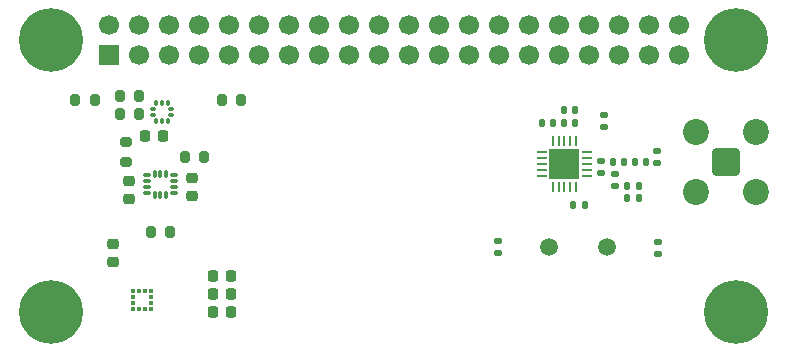
<source format=gts>
G04 #@! TF.GenerationSoftware,KiCad,Pcbnew,9.0.5*
G04 #@! TF.CreationDate,2025-11-03T18:46:07+02:00*
G04 #@! TF.ProjectId,elecDeTrimisproiect,656c6563-4465-4547-9269-6d697370726f,rev?*
G04 #@! TF.SameCoordinates,Original*
G04 #@! TF.FileFunction,Soldermask,Top*
G04 #@! TF.FilePolarity,Negative*
%FSLAX46Y46*%
G04 Gerber Fmt 4.6, Leading zero omitted, Abs format (unit mm)*
G04 Created by KiCad (PCBNEW 9.0.5) date 2025-11-03 18:46:07*
%MOMM*%
%LPD*%
G01*
G04 APERTURE LIST*
G04 Aperture macros list*
%AMRoundRect*
0 Rectangle with rounded corners*
0 $1 Rounding radius*
0 $2 $3 $4 $5 $6 $7 $8 $9 X,Y pos of 4 corners*
0 Add a 4 corners polygon primitive as box body*
4,1,4,$2,$3,$4,$5,$6,$7,$8,$9,$2,$3,0*
0 Add four circle primitives for the rounded corners*
1,1,$1+$1,$2,$3*
1,1,$1+$1,$4,$5*
1,1,$1+$1,$6,$7*
1,1,$1+$1,$8,$9*
0 Add four rect primitives between the rounded corners*
20,1,$1+$1,$2,$3,$4,$5,0*
20,1,$1+$1,$4,$5,$6,$7,0*
20,1,$1+$1,$6,$7,$8,$9,0*
20,1,$1+$1,$8,$9,$2,$3,0*%
G04 Aperture macros list end*
%ADD10R,2.500000X2.500000*%
%ADD11RoundRect,0.062500X-0.062500X-0.350000X0.062500X-0.350000X0.062500X0.350000X-0.062500X0.350000X0*%
%ADD12RoundRect,0.062500X-0.350000X-0.062500X0.350000X-0.062500X0.350000X0.062500X-0.350000X0.062500X0*%
%ADD13RoundRect,0.087500X0.125000X0.087500X-0.125000X0.087500X-0.125000X-0.087500X0.125000X-0.087500X0*%
%ADD14RoundRect,0.087500X0.087500X0.125000X-0.087500X0.125000X-0.087500X-0.125000X0.087500X-0.125000X0*%
%ADD15RoundRect,0.225000X-0.250000X0.225000X-0.250000X-0.225000X0.250000X-0.225000X0.250000X0.225000X0*%
%ADD16RoundRect,0.140000X0.170000X-0.140000X0.170000X0.140000X-0.170000X0.140000X-0.170000X-0.140000X0*%
%ADD17RoundRect,0.140000X-0.140000X-0.170000X0.140000X-0.170000X0.140000X0.170000X-0.140000X0.170000X0*%
%ADD18RoundRect,0.225000X0.225000X0.250000X-0.225000X0.250000X-0.225000X-0.250000X0.225000X-0.250000X0*%
%ADD19RoundRect,0.225000X-0.225000X-0.250000X0.225000X-0.250000X0.225000X0.250000X-0.225000X0.250000X0*%
%ADD20RoundRect,0.200000X0.200000X0.275000X-0.200000X0.275000X-0.200000X-0.275000X0.200000X-0.275000X0*%
%ADD21RoundRect,0.200000X-0.275000X0.200000X-0.275000X-0.200000X0.275000X-0.200000X0.275000X0.200000X0*%
%ADD22RoundRect,0.200100X-0.949900X0.949900X-0.949900X-0.949900X0.949900X-0.949900X0.949900X0.949900X0*%
%ADD23C,2.200000*%
%ADD24RoundRect,0.200000X-0.200000X-0.275000X0.200000X-0.275000X0.200000X0.275000X-0.200000X0.275000X0*%
%ADD25RoundRect,0.135000X-0.135000X-0.185000X0.135000X-0.185000X0.135000X0.185000X-0.135000X0.185000X0*%
%ADD26RoundRect,0.225000X0.250000X-0.225000X0.250000X0.225000X-0.250000X0.225000X-0.250000X-0.225000X0*%
%ADD27R,0.350000X0.375000*%
%ADD28R,0.375000X0.350000*%
%ADD29C,1.500000*%
%ADD30RoundRect,0.147500X0.172500X-0.147500X0.172500X0.147500X-0.172500X0.147500X-0.172500X-0.147500X0*%
%ADD31RoundRect,0.135000X-0.185000X0.135000X-0.185000X-0.135000X0.185000X-0.135000X0.185000X0.135000X0*%
%ADD32RoundRect,0.140000X0.140000X0.170000X-0.140000X0.170000X-0.140000X-0.170000X0.140000X-0.170000X0*%
%ADD33RoundRect,0.087500X-0.225000X-0.087500X0.225000X-0.087500X0.225000X0.087500X-0.225000X0.087500X0*%
%ADD34RoundRect,0.087500X-0.087500X-0.225000X0.087500X-0.225000X0.087500X0.225000X-0.087500X0.225000X0*%
%ADD35RoundRect,0.147500X-0.172500X0.147500X-0.172500X-0.147500X0.172500X-0.147500X0.172500X0.147500X0*%
%ADD36RoundRect,0.147500X-0.147500X-0.172500X0.147500X-0.172500X0.147500X0.172500X-0.147500X0.172500X0*%
%ADD37R,1.700000X1.700000*%
%ADD38C,1.700000*%
%ADD39C,5.400000*%
G04 APERTURE END LIST*
D10*
G04 #@! TO.C,U4*
X72500000Y-43500000D03*
D11*
X71500000Y-41562500D03*
X72000000Y-41562500D03*
X72500000Y-41562500D03*
X73000000Y-41562500D03*
X73500000Y-41562500D03*
D12*
X74437500Y-42500000D03*
X74437500Y-43000000D03*
X74437500Y-43500000D03*
X74437500Y-44000000D03*
X74437500Y-44500000D03*
D11*
X73500000Y-45437500D03*
X73000000Y-45437500D03*
X72500000Y-45437500D03*
X72000000Y-45437500D03*
X71500000Y-45437500D03*
D12*
X70562500Y-44500000D03*
X70562500Y-44000000D03*
X70562500Y-43500000D03*
X70562500Y-43000000D03*
X70562500Y-42500000D03*
G04 #@! TD*
D13*
G04 #@! TO.C,U3*
X39162500Y-39362500D03*
X39162500Y-38862500D03*
D14*
X38900000Y-38350000D03*
X38400000Y-38350000D03*
X37900000Y-38350000D03*
D13*
X37637500Y-38862500D03*
X37637500Y-39362500D03*
D14*
X37900000Y-39875000D03*
X38400000Y-39875000D03*
X38900000Y-39875000D03*
G04 #@! TD*
D15*
G04 #@! TO.C,C1*
X34250000Y-50225000D03*
X34250000Y-51775000D03*
G04 #@! TD*
D16*
G04 #@! TO.C,C15*
X80350000Y-43392500D03*
X80350000Y-42432500D03*
G04 #@! TD*
D15*
G04 #@! TO.C,C6*
X35662500Y-44937500D03*
X35662500Y-46487500D03*
G04 #@! TD*
D17*
G04 #@! TO.C,C16*
X78450000Y-43312500D03*
X79410000Y-43312500D03*
G04 #@! TD*
D16*
G04 #@! TO.C,C9*
X66915000Y-50995000D03*
X66915000Y-50035000D03*
G04 #@! TD*
D18*
G04 #@! TO.C,C5*
X38537500Y-41112500D03*
X36987500Y-41112500D03*
G04 #@! TD*
D19*
G04 #@! TO.C,C2*
X42725000Y-54500000D03*
X44275000Y-54500000D03*
G04 #@! TD*
D17*
G04 #@! TO.C,C10*
X72470000Y-40012500D03*
X73430000Y-40012500D03*
G04 #@! TD*
G04 #@! TO.C,C13*
X77830000Y-46362500D03*
X78790000Y-46362500D03*
G04 #@! TD*
D20*
G04 #@! TO.C,R1*
X45125000Y-38100000D03*
X43475000Y-38100000D03*
G04 #@! TD*
D19*
G04 #@! TO.C,C3*
X42725000Y-56000000D03*
X44275000Y-56000000D03*
G04 #@! TD*
D21*
G04 #@! TO.C,R7*
X35412500Y-41637500D03*
X35412500Y-43287500D03*
G04 #@! TD*
D20*
G04 #@! TO.C,R5*
X36487500Y-37762500D03*
X34837500Y-37762500D03*
G04 #@! TD*
D22*
G04 #@! TO.C,J2*
X86175000Y-43350000D03*
D23*
X88725000Y-40800000D03*
X83625000Y-40800000D03*
X88725000Y-45900000D03*
X83625000Y-45900000D03*
G04 #@! TD*
D17*
G04 #@! TO.C,C14*
X77830000Y-45362500D03*
X78790000Y-45362500D03*
G04 #@! TD*
D24*
G04 #@! TO.C,R3*
X37475000Y-49212500D03*
X39125000Y-49212500D03*
G04 #@! TD*
D25*
G04 #@! TO.C,R9*
X73240000Y-47000000D03*
X74260000Y-47000000D03*
G04 #@! TD*
D26*
G04 #@! TO.C,C7*
X40962500Y-46237500D03*
X40962500Y-44687500D03*
G04 #@! TD*
D20*
G04 #@! TO.C,R6*
X41987500Y-42912500D03*
X40337500Y-42912500D03*
G04 #@! TD*
D27*
G04 #@! TO.C,U2*
X37500000Y-54237500D03*
X37000000Y-54237500D03*
X36500000Y-54237500D03*
X36000000Y-54237500D03*
D28*
X35987500Y-54750000D03*
X35987500Y-55250000D03*
D27*
X36000000Y-55762500D03*
X36500000Y-55762500D03*
X37000000Y-55762500D03*
X37500000Y-55762500D03*
D28*
X37512500Y-55250000D03*
X37512500Y-54750000D03*
G04 #@! TD*
D29*
G04 #@! TO.C,X1*
X71235000Y-50515000D03*
X76115000Y-50515000D03*
G04 #@! TD*
D30*
G04 #@! TO.C,L1*
X76810000Y-45332500D03*
X76810000Y-44362500D03*
G04 #@! TD*
D17*
G04 #@! TO.C,C11*
X72470000Y-38962500D03*
X73430000Y-38962500D03*
G04 #@! TD*
D31*
G04 #@! TO.C,R8*
X75890000Y-39312500D03*
X75890000Y-40332500D03*
G04 #@! TD*
D32*
G04 #@! TO.C,C8*
X71530000Y-40012500D03*
X70570000Y-40012500D03*
G04 #@! TD*
D19*
G04 #@! TO.C,C4*
X42725000Y-53000000D03*
X44275000Y-53000000D03*
G04 #@! TD*
D16*
G04 #@! TO.C,C12*
X80415000Y-51095000D03*
X80415000Y-50135000D03*
G04 #@! TD*
D33*
G04 #@! TO.C,U1*
X37137500Y-44462500D03*
X37137500Y-44962500D03*
X37137500Y-45462500D03*
X37137500Y-45962500D03*
D34*
X37800000Y-46125000D03*
X38300000Y-46125000D03*
X38800000Y-46125000D03*
D33*
X39462500Y-45962500D03*
X39462500Y-45462500D03*
X39462500Y-44962500D03*
X39462500Y-44462500D03*
D34*
X38800000Y-44300000D03*
X38300000Y-44300000D03*
X37800000Y-44300000D03*
G04 #@! TD*
D35*
G04 #@! TO.C,L3*
X75625000Y-43252500D03*
X75625000Y-44222500D03*
G04 #@! TD*
D20*
G04 #@! TO.C,R4*
X36487500Y-39262500D03*
X34837500Y-39262500D03*
G04 #@! TD*
G04 #@! TO.C,R2*
X32725000Y-38100000D03*
X31075000Y-38100000D03*
G04 #@! TD*
D36*
G04 #@! TO.C,L2*
X76590000Y-43312500D03*
X77560000Y-43312500D03*
G04 #@! TD*
D37*
G04 #@! TO.C,J1*
X33900000Y-34290000D03*
D38*
X33900000Y-31750000D03*
X36440000Y-34290000D03*
X36440000Y-31750000D03*
X38980000Y-34290000D03*
X38980000Y-31750000D03*
X41520000Y-34290000D03*
X41520000Y-31750000D03*
X44060000Y-34290000D03*
X44060000Y-31750000D03*
X46600000Y-34290000D03*
X46600000Y-31750000D03*
X49140000Y-34290000D03*
X49140000Y-31750000D03*
X51680000Y-34290000D03*
X51680000Y-31750000D03*
X54220000Y-34290000D03*
X54220000Y-31750000D03*
X56760000Y-34290000D03*
X56760000Y-31750000D03*
X59300000Y-34290000D03*
X59300000Y-31750000D03*
X61840000Y-34290000D03*
X61840000Y-31750000D03*
X64380000Y-34290000D03*
X64380000Y-31750000D03*
X66920000Y-34290000D03*
X66920000Y-31750000D03*
X69460000Y-34290000D03*
X69460000Y-31750000D03*
X72000000Y-34290000D03*
X72000000Y-31750000D03*
X74540000Y-34290000D03*
X74540000Y-31750000D03*
X77080000Y-34290000D03*
X77080000Y-31750000D03*
X79620000Y-34290000D03*
X79620000Y-31750000D03*
X82160000Y-34290000D03*
X82160000Y-31750000D03*
G04 #@! TD*
D39*
G04 #@! TO.C,REF\u002A\u002A*
X29000000Y-33000000D03*
G04 #@! TD*
G04 #@! TO.C,REF\u002A\u002A*
X87000000Y-33000000D03*
G04 #@! TD*
G04 #@! TO.C,REF\u002A\u002A*
X87000000Y-56000000D03*
G04 #@! TD*
G04 #@! TO.C,REF\u002A\u002A*
X29000000Y-56000000D03*
G04 #@! TD*
M02*

</source>
